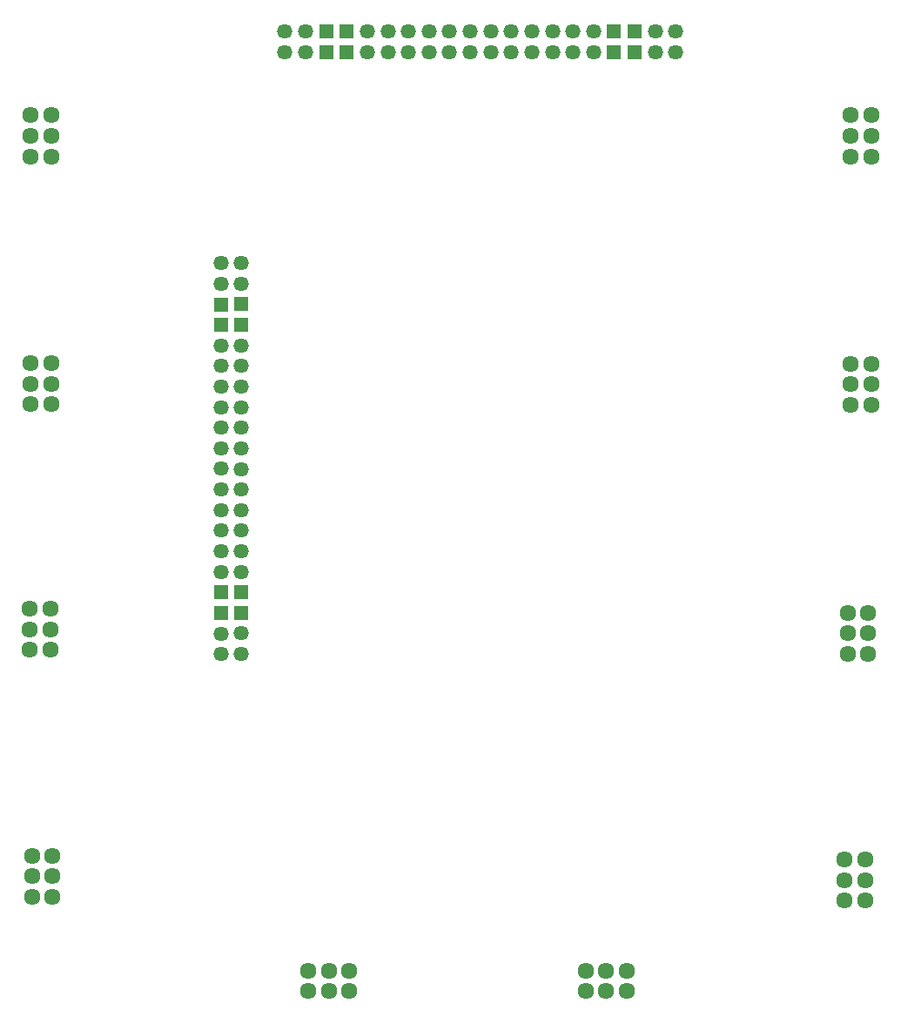
<source format=gbr>
G04 EAGLE Gerber RS-274X export*
G75*
%MOMM*%
%FSLAX34Y34*%
%LPD*%
%INSoldermask Top*%
%IPPOS*%
%AMOC8*
5,1,8,0,0,1.08239X$1,22.5*%
G01*
G04 Define Apertures*
%ADD10C,1.611200*%
%ADD11R,1.461200X1.461200*%
%ADD12C,1.461200*%
%ADD13R,0.959600X0.959600*%
D10*
X817800Y570400D03*
X837800Y570400D03*
X817800Y590400D03*
X837800Y590400D03*
X817800Y610400D03*
X837800Y610400D03*
X817800Y811800D03*
X837800Y811800D03*
X817800Y831800D03*
X837800Y831800D03*
X817800Y851800D03*
X837800Y851800D03*
D11*
X225300Y367900D03*
X225300Y387900D03*
X205300Y367900D03*
X205300Y387900D03*
X225300Y647900D03*
X225200Y668000D03*
X205300Y647900D03*
X205400Y667900D03*
X327500Y913200D03*
X307500Y913200D03*
X307500Y933100D03*
X327500Y933100D03*
X587500Y933200D03*
X587600Y913300D03*
X607400Y933200D03*
X607500Y913000D03*
D12*
X225200Y327900D03*
X225300Y348000D03*
X205300Y328000D03*
X205400Y347900D03*
X225200Y408000D03*
X205200Y407900D03*
X225200Y428000D03*
X205200Y427900D03*
X205200Y447900D03*
X225200Y448000D03*
X225200Y468000D03*
X205200Y468100D03*
X225300Y488000D03*
X205200Y487900D03*
X225200Y507900D03*
X205300Y508000D03*
X225200Y528000D03*
X205200Y527900D03*
X225300Y548000D03*
X205300Y548000D03*
X225300Y568000D03*
X205200Y568000D03*
X225300Y587900D03*
X205200Y587900D03*
X225300Y607900D03*
X205200Y607900D03*
X225300Y628000D03*
X205200Y628000D03*
X225300Y687900D03*
X205200Y687900D03*
X225300Y708000D03*
X205200Y708000D03*
X287600Y913200D03*
X267500Y913200D03*
X287600Y933300D03*
X267500Y933300D03*
X367600Y913200D03*
X347500Y913200D03*
X367600Y933300D03*
X347500Y933300D03*
X407600Y913300D03*
X387500Y913300D03*
X407600Y933400D03*
X387500Y933400D03*
X447600Y913300D03*
X427500Y913300D03*
X447600Y933400D03*
X427500Y933400D03*
X487600Y913200D03*
X467500Y913200D03*
X487600Y933300D03*
X467500Y933300D03*
X527600Y913200D03*
X507500Y913200D03*
X527600Y933300D03*
X507500Y933300D03*
X567700Y913200D03*
X547600Y913200D03*
X567700Y933300D03*
X547600Y933300D03*
X647600Y913200D03*
X627500Y913200D03*
X647600Y933300D03*
X627500Y933300D03*
D10*
X814700Y328100D03*
X834700Y328100D03*
X814700Y348100D03*
X834700Y348100D03*
X814700Y368100D03*
X834700Y368100D03*
X811700Y88100D03*
X831700Y88100D03*
X811700Y108100D03*
X831700Y108100D03*
X811700Y128100D03*
X831700Y128100D03*
X41300Y131900D03*
X21300Y131900D03*
X41300Y111900D03*
X21300Y111900D03*
X41300Y91900D03*
X21300Y91900D03*
X39300Y371900D03*
X19300Y371900D03*
X39300Y351900D03*
X19300Y351900D03*
X39300Y331900D03*
X19300Y331900D03*
X40300Y610900D03*
X20300Y610900D03*
X40300Y590900D03*
X20300Y590900D03*
X40300Y570900D03*
X20300Y570900D03*
X40300Y851900D03*
X20300Y851900D03*
X40300Y831900D03*
X20300Y831900D03*
X40300Y811900D03*
X20300Y811900D03*
X290000Y20000D03*
X290000Y0D03*
X310000Y20000D03*
X310000Y0D03*
X330000Y20000D03*
X330000Y0D03*
X560000Y20000D03*
X560000Y0D03*
X580000Y20000D03*
X580000Y0D03*
X600000Y20000D03*
X600000Y0D03*
D13*
X817600Y852000D03*
M02*

</source>
